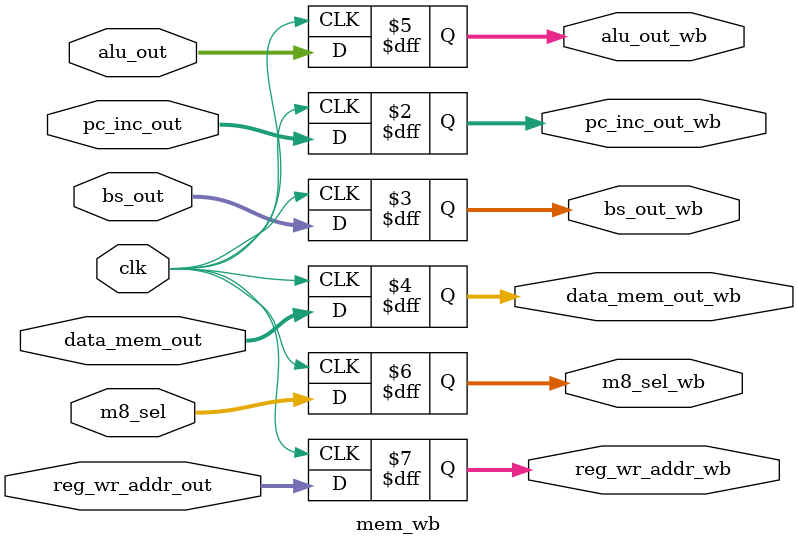
<source format=v>
module mem_wb(

	input clk,
	input [15:0] pc_inc_out, bs_out, data_mem_out, alu_out,
	input [1:0] m8_sel,
	input [2:0] reg_wr_addr_out,
	output reg [15:0] pc_inc_out_wb, bs_out_wb, data_mem_out_wb, alu_out_wb,
	output reg [1:0] m8_sel_wb,
	output reg [2:0] reg_wr_addr_wb

);
	
	always @ (posedge clk)
	begin
	
		pc_inc_out_wb 		= pc_inc_out;
		bs_out_wb 			= bs_out;
		data_mem_out_wb 	= data_mem_out;
		alu_out_wb 			= alu_out ;
		m8_sel_wb			= m8_sel;
		reg_wr_addr_wb		= reg_wr_addr_out;
	
	end

endmodule

</source>
